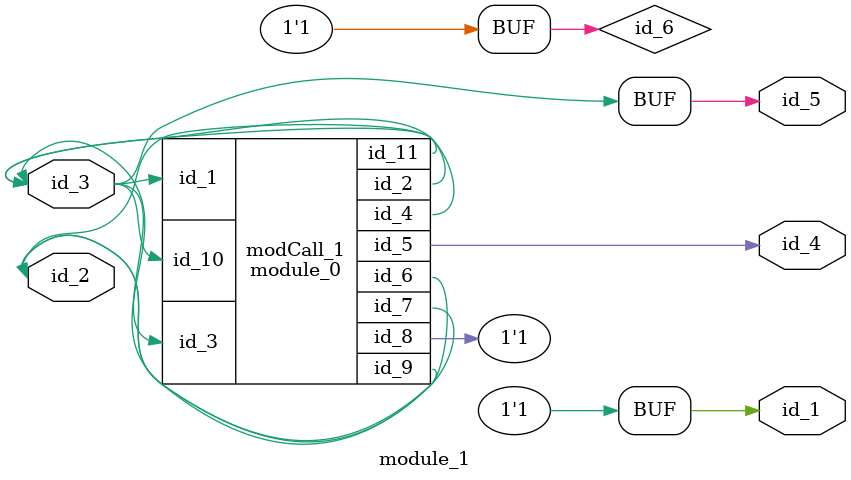
<source format=v>
module module_0 (
    id_1,
    id_2,
    id_3,
    id_4,
    id_5,
    id_6,
    id_7,
    id_8,
    id_9,
    id_10,
    id_11
);
  inout wire id_11;
  input wire id_10;
  inout wire id_9;
  output wire id_8;
  inout wire id_7;
  output wire id_6;
  output wire id_5;
  inout wire id_4;
  input wire id_3;
  inout wire id_2;
  input wire id_1;
  wire id_12;
  assign id_5 = id_11;
endmodule
module module_1 (
    id_1,
    id_2,
    id_3,
    id_4,
    id_5
);
  output wire id_5;
  output wire id_4;
  inout wire id_3;
  inout wire id_2;
  output wire id_1;
  always id_5 <= id_3 == 1;
  module_0 modCall_1 (
      id_3,
      id_3,
      id_3,
      id_2,
      id_4,
      id_2,
      id_3,
      id_1,
      id_2,
      id_3,
      id_3
  );
  supply1 id_6;
  wire id_7, id_8;
  assign id_6 = 1;
  always id_1 = 1;
endmodule

</source>
